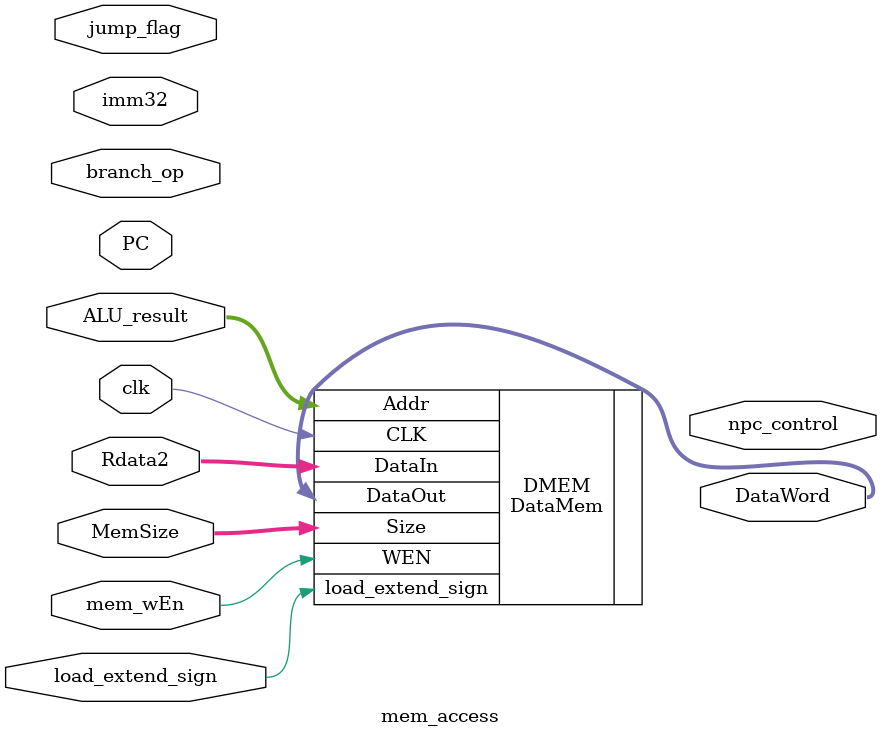
<source format=v>
module mem_access(
    // synchronous memory write 
    input clk,
    //from conrtol unit 
    input mem_wEn,          
    input load_extend_sign,  
    input branch_op,       
    input [1:0]MemSize,
    // from execution stage 
    input [31:0] PC,
    input [31:0] imm32,
    input [31:0]Rdata2,     
    input [31:0]ALU_result, 
    input jump_flag,   
    output [31:0]DataWord,
    output reg npc_control    

);

// data memory access
DataMem DMEM(
    .Addr(ALU_result), 
    .Size(MemSize), 
    .load_extend_sign(load_extend_sign),
    .DataIn(Rdata2), 
    .DataOut(DataWord), 
    .WEN(mem_wEn), 
    .CLK(clk)
    );

endmodule
</source>
